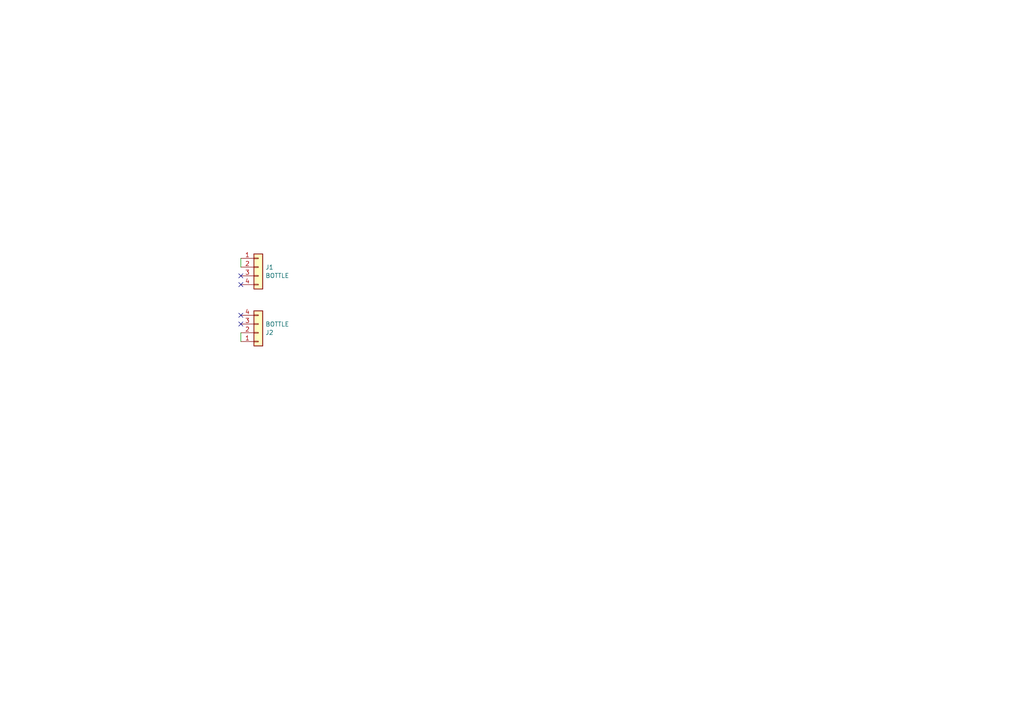
<source format=kicad_sch>
(kicad_sch (version 20230121) (generator eeschema)
  (paper "A4")
  (lib_symbols
    (symbol "Connector_Generic:Conn_01x04" (pin_names (offset 1.016) hide)
      (property "Reference" "J" (at 0 5.08 0))
      (property "Value" "Conn_01x04" (at 0 -7.62 0))
      (symbol "Conn_01x04_1_1"
        (rectangle (start -1.27 -4.953) (end 0 -5.207) (stroke (width 0.1524)))
        (rectangle (start -1.27 -2.413) (end 0 -2.667) (stroke (width 0.1524)))
        (rectangle (start -1.27 0.127) (end 0 -0.127) (stroke (width 0.1524)))
        (rectangle (start -1.27 2.667) (end 0 2.413) (stroke (width 0.1524)))
        (rectangle (start -1.27 3.81) (end 1.27 -6.35) (stroke (width 0.254)) (fill (type background)))
        (pin passive line (at -5.08 2.54 0) (length 3.81) (name "Pin_1") (number "1"))
        (pin passive line (at -5.08 0 0) (length 3.81) (name "Pin_2") (number "2"))
        (pin passive line (at -5.08 -2.54 0) (length 3.81) (name "Pin_3") (number "3"))
        (pin passive line (at -5.08 -5.08 0) (length 3.81) (name "Pin_4") (number "4"))
      )
    )
  )
  (no_connect (at 69.85 93.98))
  (no_connect (at 69.85 91.44))
  (no_connect (at 69.85 80.01))
  (no_connect (at 69.85 82.55))
  (wire (pts (xy 69.85 99.06) (xy 69.85 96.52)))
  (wire (pts (xy 69.85 74.93) (xy 69.85 77.47)))
  (symbol (lib_id "Connector_Generic:Conn_01x04") (at 74.93 77.47 0) (unit 1)
    (property "Reference" "J1" (at 76.962 77.5279 0) (effects (justify left)))
    (property "Value" "BOTTLE" (at 76.962 79.9521 0) (effects (justify left)))
    (property "Footprint" "Connector_PinHeader_2.54mm:PinHeader_1x04_P2.54mm_Vertical" (effects hide))
  )
  (symbol (lib_id "Connector_Generic:Conn_01x04") (at 74.93 96.52 0) (mirror x) (unit 1)
    (property "Reference" "J2" (at 76.962 96.4621 0) (effects (justify left)))
    (property "Value" "BOTTLE" (at 76.962 94.0379 0) (effects (justify left)))
    (property "Footprint" "Connector_PinHeader_2.54mm:PinHeader_1x04_P2.54mm_Vertical" (effects hide))
  )
)
</source>
